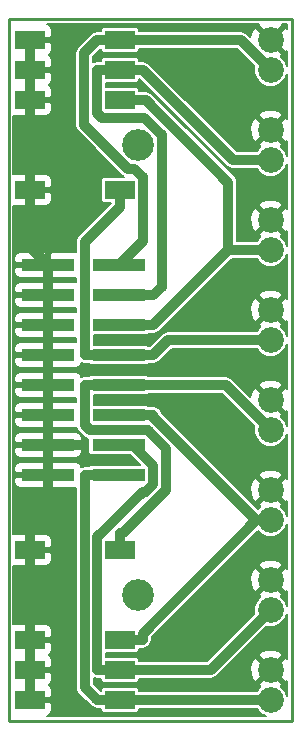
<source format=gtl>
G04 #@! TF.FileFunction,Copper,L1,Top,Signal*
%FSLAX46Y46*%
G04 Gerber Fmt 4.6, Leading zero omitted, Abs format (unit mm)*
G04 Created by KiCad (PCBNEW 0.201504221001+5618~22~ubuntu14.04.1-product) date Thu 30 Apr 2015 05:03:49 PM EDT*
%MOMM*%
G01*
G04 APERTURE LIST*
%ADD10C,0.100000*%
%ADD11C,0.228600*%
%ADD12R,4.495800X1.016000*%
%ADD13C,2.184400*%
%ADD14R,2.540000X1.524000*%
%ADD15C,2.692400*%
%ADD16C,0.889000*%
%ADD17C,0.812800*%
%ADD18C,0.203200*%
G04 APERTURE END LIST*
D10*
D11*
X25400000Y-84836000D02*
X49364900Y-84836000D01*
X49364900Y-25400000D02*
X49364900Y-84836000D01*
X25400000Y-25400000D02*
X25400000Y-84836000D01*
X25400000Y-25400000D02*
X49364900Y-25400000D01*
D12*
X28752800Y-46228000D03*
X34747200Y-46228000D03*
X28752800Y-48768000D03*
X34747200Y-48768000D03*
X28752800Y-51308000D03*
X34747200Y-51308000D03*
X28752800Y-53848000D03*
X34747200Y-53848000D03*
X28752800Y-56388000D03*
X34747200Y-56388000D03*
X28752800Y-58928000D03*
X34747200Y-58928000D03*
X28752800Y-61468000D03*
X34747200Y-61468000D03*
X28752800Y-64008000D03*
X34747200Y-64008000D03*
D13*
X47586900Y-80518000D03*
X47586900Y-83058000D03*
X47586900Y-72898000D03*
X47586900Y-75438000D03*
X47586900Y-65278000D03*
X47586900Y-67818000D03*
X47586900Y-57658000D03*
X47586900Y-60198000D03*
X47586900Y-50038000D03*
X47586900Y-52578000D03*
X47586900Y-42418000D03*
X47586900Y-44958000D03*
X47586900Y-34798000D03*
X47586900Y-37338000D03*
X47586900Y-27178000D03*
X47586900Y-29718000D03*
D14*
X27222500Y-27178000D03*
X34842500Y-27178000D03*
X27222500Y-29718000D03*
X34842500Y-29718000D03*
X27222500Y-32258000D03*
X34842500Y-32258000D03*
X27222500Y-39878000D03*
X34842500Y-39878000D03*
X27222500Y-70358000D03*
X34842500Y-70358000D03*
X27222500Y-77978000D03*
X34842500Y-77978000D03*
X27222500Y-80518000D03*
X34842500Y-80518000D03*
X27222500Y-83058000D03*
X34842500Y-83058000D03*
D15*
X36334700Y-74168000D03*
X36334700Y-36068000D03*
D16*
X31750000Y-61340800D03*
D17*
X27222500Y-83058000D02*
X27222500Y-80518000D01*
X27222500Y-80518000D02*
X27222500Y-77978000D01*
X27222500Y-77978000D02*
X27222500Y-70358000D01*
X27222500Y-70358000D02*
X27222500Y-68935300D01*
X27222500Y-32258000D02*
X27222500Y-29718000D01*
X27222500Y-29718000D02*
X27222500Y-27178000D01*
X28752800Y-67405000D02*
X28752800Y-64008000D01*
X27222500Y-68935300D02*
X28752800Y-67405000D01*
X28752800Y-61468000D02*
X28752800Y-58928000D01*
X28752800Y-58928000D02*
X28752800Y-56388000D01*
X28752800Y-56388000D02*
X28752800Y-53848000D01*
X28752800Y-53848000D02*
X28752800Y-51308000D01*
X28752800Y-51308000D02*
X28752800Y-48768000D01*
X28752800Y-48768000D02*
X28752800Y-46228000D01*
X27222500Y-44697700D02*
X27222500Y-39878000D01*
X28752800Y-46228000D02*
X27222500Y-44697700D01*
X27222500Y-39878000D02*
X27222500Y-32258000D01*
X28752800Y-64008000D02*
X28752800Y-61468000D01*
X31661400Y-61429400D02*
X31750000Y-61340800D01*
X31661400Y-61468000D02*
X31661400Y-61429400D01*
X28752800Y-61468000D02*
X31661400Y-61468000D01*
X45046900Y-27178000D02*
X34842500Y-27178000D01*
X47586900Y-29718000D02*
X45046900Y-27178000D01*
X36773300Y-44201900D02*
X34747200Y-46228000D01*
X36773300Y-38790400D02*
X36773300Y-44201900D01*
X36057900Y-38075000D02*
X36773300Y-38790400D01*
X35501400Y-38075000D02*
X36057900Y-38075000D01*
X31805900Y-34379500D02*
X35501400Y-38075000D01*
X31805900Y-28283900D02*
X31805900Y-34379500D01*
X32911800Y-27178000D02*
X31805900Y-28283900D01*
X34842500Y-27178000D02*
X32911800Y-27178000D01*
X34915100Y-29718000D02*
X36773200Y-29718000D01*
X44393200Y-37338000D02*
X36773200Y-29718000D01*
X47586900Y-37338000D02*
X44393200Y-37338000D01*
X34915100Y-29718000D02*
X34842500Y-29718000D01*
X38365100Y-48058700D02*
X37655800Y-48768000D01*
X38365100Y-35240000D02*
X38365100Y-48058700D01*
X36899900Y-33774800D02*
X38365100Y-35240000D01*
X33324000Y-33774800D02*
X36899900Y-33774800D01*
X32911800Y-33362600D02*
X33324000Y-33774800D01*
X32911800Y-29718000D02*
X32911800Y-33362600D01*
X34842500Y-29718000D02*
X32911800Y-29718000D01*
X34747200Y-48768000D02*
X37655800Y-48768000D01*
X34747200Y-51308000D02*
X37655800Y-51308000D01*
X34842500Y-32258000D02*
X36773200Y-32258000D01*
X47586900Y-44958000D02*
X44005800Y-44958000D01*
X44005800Y-44958000D02*
X37655800Y-51308000D01*
X37007800Y-32258000D02*
X36773200Y-32258000D01*
X44005800Y-39256000D02*
X37007800Y-32258000D01*
X44005800Y-44958000D02*
X44005800Y-39256000D01*
X31838600Y-44304600D02*
X31838600Y-53848000D01*
X34842500Y-41300700D02*
X31838600Y-44304600D01*
X34842500Y-39878000D02*
X34842500Y-41300700D01*
X34747200Y-53848000D02*
X31838600Y-53848000D01*
X38925800Y-52578000D02*
X37655800Y-53848000D01*
X47586900Y-52578000D02*
X38925800Y-52578000D01*
X34747200Y-53848000D02*
X37655800Y-53848000D01*
X43776900Y-56388000D02*
X34747200Y-56388000D01*
X47586900Y-60198000D02*
X43776900Y-56388000D01*
X31838600Y-59734200D02*
X31838600Y-56388000D01*
X32318800Y-60214400D02*
X31838600Y-59734200D01*
X37183800Y-60214400D02*
X32318800Y-60214400D01*
X38750400Y-61781000D02*
X37183800Y-60214400D01*
X38750400Y-65294200D02*
X38750400Y-61781000D01*
X35109300Y-68935300D02*
X38750400Y-65294200D01*
X34842500Y-68935300D02*
X35109300Y-68935300D01*
X34842500Y-70358000D02*
X34842500Y-68935300D01*
X34747200Y-56388000D02*
X31838600Y-56388000D01*
X34747200Y-58928000D02*
X37655800Y-58928000D01*
X34842500Y-77978000D02*
X36773200Y-77978000D01*
X36773200Y-77430300D02*
X46385500Y-67818000D01*
X36773200Y-77978000D02*
X36773200Y-77430300D01*
X47586900Y-67818000D02*
X46385500Y-67818000D01*
X37655800Y-59088300D02*
X37655800Y-58928000D01*
X46385500Y-67818000D02*
X37655800Y-59088300D01*
X42506900Y-80518000D02*
X34842500Y-80518000D01*
X47586900Y-75438000D02*
X42506900Y-80518000D01*
X35900400Y-61468000D02*
X34747200Y-61468000D01*
X37655900Y-63223500D02*
X35900400Y-61468000D01*
X37655900Y-64795600D02*
X37655900Y-63223500D01*
X37046000Y-65405500D02*
X37655900Y-64795600D01*
X36794500Y-65405500D02*
X37046000Y-65405500D01*
X32911800Y-69288200D02*
X36794500Y-65405500D01*
X32911800Y-80518000D02*
X32911800Y-69288200D01*
X34842500Y-80518000D02*
X32911800Y-80518000D01*
X47586900Y-83058000D02*
X34842500Y-83058000D01*
X31838600Y-81984800D02*
X31838600Y-64008000D01*
X32911800Y-83058000D02*
X31838600Y-81984800D01*
X34842500Y-83058000D02*
X32911800Y-83058000D01*
X34747200Y-64008000D02*
X31838600Y-64008000D01*
D18*
G36*
X48945800Y-36968544D02*
X48771910Y-36547697D01*
X48488842Y-36264135D01*
X48593103Y-36019729D01*
X47586900Y-35013526D01*
X47371374Y-35229052D01*
X47371374Y-34798000D01*
X46365171Y-33791797D01*
X46098990Y-33905346D01*
X45870646Y-34542694D01*
X45903587Y-35218910D01*
X46098990Y-35690654D01*
X46365171Y-35804203D01*
X47371374Y-34798000D01*
X47371374Y-35229052D01*
X46580697Y-36019729D01*
X46685046Y-36264345D01*
X46403271Y-36545630D01*
X46390660Y-36576000D01*
X44708830Y-36576000D01*
X37312015Y-29179185D01*
X37064805Y-29014004D01*
X36773200Y-28956000D01*
X36475067Y-28956000D01*
X36448759Y-28820411D01*
X36370477Y-28701241D01*
X36252299Y-28621469D01*
X36112500Y-28593433D01*
X33572500Y-28593433D01*
X33436911Y-28619741D01*
X33317741Y-28698023D01*
X33237969Y-28816201D01*
X33209933Y-28956000D01*
X32911800Y-28956000D01*
X32620195Y-29014004D01*
X32567900Y-29048946D01*
X32567900Y-28599530D01*
X33212776Y-27954654D01*
X33236241Y-28075589D01*
X33314523Y-28194759D01*
X33432701Y-28274531D01*
X33572500Y-28302567D01*
X36112500Y-28302567D01*
X36248089Y-28276259D01*
X36367259Y-28197977D01*
X36447031Y-28079799D01*
X36475067Y-27940000D01*
X44731269Y-27940000D01*
X46201886Y-29410617D01*
X46190143Y-29438900D01*
X46189658Y-29994661D01*
X46401890Y-30508303D01*
X46794530Y-30901629D01*
X47307800Y-31114757D01*
X47863561Y-31115242D01*
X48377203Y-30903010D01*
X48770529Y-30510370D01*
X48945800Y-30088269D01*
X48945800Y-33850312D01*
X48808629Y-33791797D01*
X48593103Y-34007323D01*
X48593103Y-33576271D01*
X48479554Y-33310090D01*
X47842206Y-33081746D01*
X47165990Y-33114687D01*
X46694246Y-33310090D01*
X46580697Y-33576271D01*
X47586900Y-34582474D01*
X48593103Y-33576271D01*
X48593103Y-34007323D01*
X47802426Y-34798000D01*
X48808629Y-35804203D01*
X48945800Y-35745687D01*
X48945800Y-36968544D01*
X48945800Y-36968544D01*
G37*
X48945800Y-36968544D02*
X48771910Y-36547697D01*
X48488842Y-36264135D01*
X48593103Y-36019729D01*
X47586900Y-35013526D01*
X47371374Y-35229052D01*
X47371374Y-34798000D01*
X46365171Y-33791797D01*
X46098990Y-33905346D01*
X45870646Y-34542694D01*
X45903587Y-35218910D01*
X46098990Y-35690654D01*
X46365171Y-35804203D01*
X47371374Y-34798000D01*
X47371374Y-35229052D01*
X46580697Y-36019729D01*
X46685046Y-36264345D01*
X46403271Y-36545630D01*
X46390660Y-36576000D01*
X44708830Y-36576000D01*
X37312015Y-29179185D01*
X37064805Y-29014004D01*
X36773200Y-28956000D01*
X36475067Y-28956000D01*
X36448759Y-28820411D01*
X36370477Y-28701241D01*
X36252299Y-28621469D01*
X36112500Y-28593433D01*
X33572500Y-28593433D01*
X33436911Y-28619741D01*
X33317741Y-28698023D01*
X33237969Y-28816201D01*
X33209933Y-28956000D01*
X32911800Y-28956000D01*
X32620195Y-29014004D01*
X32567900Y-29048946D01*
X32567900Y-28599530D01*
X33212776Y-27954654D01*
X33236241Y-28075589D01*
X33314523Y-28194759D01*
X33432701Y-28274531D01*
X33572500Y-28302567D01*
X36112500Y-28302567D01*
X36248089Y-28276259D01*
X36367259Y-28197977D01*
X36447031Y-28079799D01*
X36475067Y-27940000D01*
X44731269Y-27940000D01*
X46201886Y-29410617D01*
X46190143Y-29438900D01*
X46189658Y-29994661D01*
X46401890Y-30508303D01*
X46794530Y-30901629D01*
X47307800Y-31114757D01*
X47863561Y-31115242D01*
X48377203Y-30903010D01*
X48770529Y-30510370D01*
X48945800Y-30088269D01*
X48945800Y-33850312D01*
X48808629Y-33791797D01*
X48593103Y-34007323D01*
X48593103Y-33576271D01*
X48479554Y-33310090D01*
X47842206Y-33081746D01*
X47165990Y-33114687D01*
X46694246Y-33310090D01*
X46580697Y-33576271D01*
X47586900Y-34582474D01*
X48593103Y-33576271D01*
X48593103Y-34007323D01*
X47802426Y-34798000D01*
X48808629Y-35804203D01*
X48945800Y-35745687D01*
X48945800Y-36968544D01*
G36*
X48945800Y-44588544D02*
X48771910Y-44167697D01*
X48488842Y-43884135D01*
X48593103Y-43639729D01*
X47586900Y-42633526D01*
X47371374Y-42849052D01*
X47371374Y-42418000D01*
X46365171Y-41411797D01*
X46098990Y-41525346D01*
X45870646Y-42162694D01*
X45903587Y-42838910D01*
X46098990Y-43310654D01*
X46365171Y-43424203D01*
X47371374Y-42418000D01*
X47371374Y-42849052D01*
X46580697Y-43639729D01*
X46685046Y-43884345D01*
X46403271Y-44165630D01*
X46390660Y-44196000D01*
X44767800Y-44196000D01*
X44767800Y-39256000D01*
X44709797Y-38964396D01*
X44709796Y-38964395D01*
X44544616Y-38717185D01*
X37546615Y-31719185D01*
X37299405Y-31554004D01*
X37007800Y-31496000D01*
X36773200Y-31496000D01*
X36475067Y-31496000D01*
X36448759Y-31360411D01*
X36370477Y-31241241D01*
X36252299Y-31161469D01*
X36112500Y-31133433D01*
X33673800Y-31133433D01*
X33673800Y-30842567D01*
X36112500Y-30842567D01*
X36248089Y-30816259D01*
X36367259Y-30737977D01*
X36447031Y-30619799D01*
X36472144Y-30494574D01*
X43854384Y-37876815D01*
X43854385Y-37876815D01*
X44101595Y-38041996D01*
X44393200Y-38100000D01*
X46390195Y-38100000D01*
X46401890Y-38128303D01*
X46794530Y-38521629D01*
X47307800Y-38734757D01*
X47863561Y-38735242D01*
X48377203Y-38523010D01*
X48770529Y-38130370D01*
X48945800Y-37708269D01*
X48945800Y-41470312D01*
X48808629Y-41411797D01*
X48593103Y-41627323D01*
X48593103Y-41196271D01*
X48479554Y-40930090D01*
X47842206Y-40701746D01*
X47165990Y-40734687D01*
X46694246Y-40930090D01*
X46580697Y-41196271D01*
X47586900Y-42202474D01*
X48593103Y-41196271D01*
X48593103Y-41627323D01*
X47802426Y-42418000D01*
X48808629Y-43424203D01*
X48945800Y-43365687D01*
X48945800Y-44588544D01*
X48945800Y-44588544D01*
G37*
X48945800Y-44588544D02*
X48771910Y-44167697D01*
X48488842Y-43884135D01*
X48593103Y-43639729D01*
X47586900Y-42633526D01*
X47371374Y-42849052D01*
X47371374Y-42418000D01*
X46365171Y-41411797D01*
X46098990Y-41525346D01*
X45870646Y-42162694D01*
X45903587Y-42838910D01*
X46098990Y-43310654D01*
X46365171Y-43424203D01*
X47371374Y-42418000D01*
X47371374Y-42849052D01*
X46580697Y-43639729D01*
X46685046Y-43884345D01*
X46403271Y-44165630D01*
X46390660Y-44196000D01*
X44767800Y-44196000D01*
X44767800Y-39256000D01*
X44709797Y-38964396D01*
X44709796Y-38964395D01*
X44544616Y-38717185D01*
X37546615Y-31719185D01*
X37299405Y-31554004D01*
X37007800Y-31496000D01*
X36773200Y-31496000D01*
X36475067Y-31496000D01*
X36448759Y-31360411D01*
X36370477Y-31241241D01*
X36252299Y-31161469D01*
X36112500Y-31133433D01*
X33673800Y-31133433D01*
X33673800Y-30842567D01*
X36112500Y-30842567D01*
X36248089Y-30816259D01*
X36367259Y-30737977D01*
X36447031Y-30619799D01*
X36472144Y-30494574D01*
X43854384Y-37876815D01*
X43854385Y-37876815D01*
X44101595Y-38041996D01*
X44393200Y-38100000D01*
X46390195Y-38100000D01*
X46401890Y-38128303D01*
X46794530Y-38521629D01*
X47307800Y-38734757D01*
X47863561Y-38735242D01*
X48377203Y-38523010D01*
X48770529Y-38130370D01*
X48945800Y-37708269D01*
X48945800Y-41470312D01*
X48808629Y-41411797D01*
X48593103Y-41627323D01*
X48593103Y-41196271D01*
X48479554Y-40930090D01*
X47842206Y-40701746D01*
X47165990Y-40734687D01*
X46694246Y-40930090D01*
X46580697Y-41196271D01*
X47586900Y-42202474D01*
X48593103Y-41196271D01*
X48593103Y-41627323D01*
X47802426Y-42418000D01*
X48808629Y-43424203D01*
X48945800Y-43365687D01*
X48945800Y-44588544D01*
G36*
X48945800Y-52208544D02*
X48771910Y-51787697D01*
X48488842Y-51504135D01*
X48593103Y-51259729D01*
X47586900Y-50253526D01*
X47371374Y-50469052D01*
X47371374Y-50038000D01*
X46365171Y-49031797D01*
X46098990Y-49145346D01*
X45870646Y-49782694D01*
X45903587Y-50458910D01*
X46098990Y-50930654D01*
X46365171Y-51044203D01*
X47371374Y-50038000D01*
X47371374Y-50469052D01*
X46580697Y-51259729D01*
X46685046Y-51504345D01*
X46403271Y-51785630D01*
X46390660Y-51816000D01*
X38925800Y-51816000D01*
X38634195Y-51874004D01*
X38386984Y-52039185D01*
X37340169Y-53086000D01*
X37253575Y-53086000D01*
X37253077Y-53085241D01*
X37134899Y-53005469D01*
X36995100Y-52977433D01*
X32600600Y-52977433D01*
X32600600Y-52178567D01*
X36995100Y-52178567D01*
X37130689Y-52152259D01*
X37249859Y-52073977D01*
X37252543Y-52070000D01*
X37655800Y-52070000D01*
X37655800Y-52069999D01*
X37947404Y-52011996D01*
X37947405Y-52011996D01*
X38194615Y-51846815D01*
X44321430Y-45720000D01*
X46390195Y-45720000D01*
X46401890Y-45748303D01*
X46794530Y-46141629D01*
X47307800Y-46354757D01*
X47863561Y-46355242D01*
X48377203Y-46143010D01*
X48770529Y-45750370D01*
X48945800Y-45328269D01*
X48945800Y-49090312D01*
X48808629Y-49031797D01*
X48593103Y-49247323D01*
X48593103Y-48816271D01*
X48479554Y-48550090D01*
X47842206Y-48321746D01*
X47165990Y-48354687D01*
X46694246Y-48550090D01*
X46580697Y-48816271D01*
X47586900Y-49822474D01*
X48593103Y-48816271D01*
X48593103Y-49247323D01*
X47802426Y-50038000D01*
X48808629Y-51044203D01*
X48945800Y-50985687D01*
X48945800Y-52208544D01*
X48945800Y-52208544D01*
G37*
X48945800Y-52208544D02*
X48771910Y-51787697D01*
X48488842Y-51504135D01*
X48593103Y-51259729D01*
X47586900Y-50253526D01*
X47371374Y-50469052D01*
X47371374Y-50038000D01*
X46365171Y-49031797D01*
X46098990Y-49145346D01*
X45870646Y-49782694D01*
X45903587Y-50458910D01*
X46098990Y-50930654D01*
X46365171Y-51044203D01*
X47371374Y-50038000D01*
X47371374Y-50469052D01*
X46580697Y-51259729D01*
X46685046Y-51504345D01*
X46403271Y-51785630D01*
X46390660Y-51816000D01*
X38925800Y-51816000D01*
X38634195Y-51874004D01*
X38386984Y-52039185D01*
X37340169Y-53086000D01*
X37253575Y-53086000D01*
X37253077Y-53085241D01*
X37134899Y-53005469D01*
X36995100Y-52977433D01*
X32600600Y-52977433D01*
X32600600Y-52178567D01*
X36995100Y-52178567D01*
X37130689Y-52152259D01*
X37249859Y-52073977D01*
X37252543Y-52070000D01*
X37655800Y-52070000D01*
X37655800Y-52069999D01*
X37947404Y-52011996D01*
X37947405Y-52011996D01*
X38194615Y-51846815D01*
X44321430Y-45720000D01*
X46390195Y-45720000D01*
X46401890Y-45748303D01*
X46794530Y-46141629D01*
X47307800Y-46354757D01*
X47863561Y-46355242D01*
X48377203Y-46143010D01*
X48770529Y-45750370D01*
X48945800Y-45328269D01*
X48945800Y-49090312D01*
X48808629Y-49031797D01*
X48593103Y-49247323D01*
X48593103Y-48816271D01*
X48479554Y-48550090D01*
X47842206Y-48321746D01*
X47165990Y-48354687D01*
X46694246Y-48550090D01*
X46580697Y-48816271D01*
X47586900Y-49822474D01*
X48593103Y-48816271D01*
X48593103Y-49247323D01*
X47802426Y-50038000D01*
X48808629Y-51044203D01*
X48945800Y-50985687D01*
X48945800Y-52208544D01*
G36*
X48945800Y-59828544D02*
X48771910Y-59407697D01*
X48488842Y-59124135D01*
X48593103Y-58879729D01*
X47586900Y-57873526D01*
X47572757Y-57887668D01*
X47357231Y-57672142D01*
X47371374Y-57658000D01*
X46365171Y-56651797D01*
X46098990Y-56765346D01*
X45870646Y-57402694D01*
X45870718Y-57404188D01*
X44315715Y-55849185D01*
X44068505Y-55684004D01*
X43776900Y-55626000D01*
X37253575Y-55626000D01*
X37253077Y-55625241D01*
X37134899Y-55545469D01*
X36995100Y-55517433D01*
X32499300Y-55517433D01*
X32363711Y-55543741D01*
X32244541Y-55622023D01*
X32241856Y-55626000D01*
X31838600Y-55626000D01*
X31576879Y-55678059D01*
X31517494Y-55534689D01*
X31346011Y-55363206D01*
X31121957Y-55270400D01*
X30879443Y-55270400D01*
X29057600Y-55270400D01*
X28905200Y-55422800D01*
X28905200Y-56235600D01*
X28925200Y-56235600D01*
X28925200Y-56540400D01*
X28905200Y-56540400D01*
X28905200Y-57353200D01*
X29057600Y-57505600D01*
X30879443Y-57505600D01*
X31076600Y-57505600D01*
X31076600Y-57810400D01*
X30879443Y-57810400D01*
X29057600Y-57810400D01*
X28905200Y-57962800D01*
X28905200Y-58775600D01*
X28925200Y-58775600D01*
X28925200Y-59080400D01*
X28905200Y-59080400D01*
X28905200Y-59893200D01*
X29057600Y-60045600D01*
X30879443Y-60045600D01*
X31121957Y-60045600D01*
X31142221Y-60037206D01*
X31299785Y-60273015D01*
X31779984Y-60753215D01*
X31779985Y-60753215D01*
X32027195Y-60918396D01*
X32140554Y-60940944D01*
X32136733Y-60960000D01*
X32136733Y-61976000D01*
X32163041Y-62111589D01*
X32241323Y-62230759D01*
X32359501Y-62310531D01*
X32499300Y-62338567D01*
X35693337Y-62338567D01*
X36492203Y-63137433D01*
X32499300Y-63137433D01*
X32363711Y-63163741D01*
X32244541Y-63242023D01*
X32241856Y-63246000D01*
X31838600Y-63246000D01*
X31610300Y-63291411D01*
X31610300Y-62097257D01*
X31610300Y-61772800D01*
X31610300Y-61163200D01*
X31610300Y-60838743D01*
X31517494Y-60614689D01*
X31346011Y-60443206D01*
X31121957Y-60350400D01*
X30879443Y-60350400D01*
X29057600Y-60350400D01*
X28905200Y-60502800D01*
X28905200Y-61315600D01*
X31457900Y-61315600D01*
X31610300Y-61163200D01*
X31610300Y-61772800D01*
X31457900Y-61620400D01*
X28905200Y-61620400D01*
X28905200Y-62433200D01*
X29057600Y-62585600D01*
X30879443Y-62585600D01*
X31121957Y-62585600D01*
X31346011Y-62492794D01*
X31517494Y-62321311D01*
X31610300Y-62097257D01*
X31610300Y-63291411D01*
X31576879Y-63298059D01*
X31517494Y-63154689D01*
X31346011Y-62983206D01*
X31121957Y-62890400D01*
X30879443Y-62890400D01*
X29057600Y-62890400D01*
X28905200Y-63042800D01*
X28905200Y-63855600D01*
X28925200Y-63855600D01*
X28925200Y-64160400D01*
X28905200Y-64160400D01*
X28905200Y-64973200D01*
X29057600Y-65125600D01*
X30879443Y-65125600D01*
X31076600Y-65125600D01*
X31076600Y-81984800D01*
X31134604Y-82276405D01*
X31299785Y-82523615D01*
X32372985Y-83596815D01*
X32620195Y-83761996D01*
X32620196Y-83761996D01*
X32911800Y-83820000D01*
X33209933Y-83820000D01*
X33236241Y-83955589D01*
X33314523Y-84074759D01*
X33432701Y-84154531D01*
X33572500Y-84182567D01*
X36112500Y-84182567D01*
X36248089Y-84156259D01*
X36367259Y-84077977D01*
X36447031Y-83959799D01*
X36475067Y-83820000D01*
X46390195Y-83820000D01*
X46401890Y-83848303D01*
X46794530Y-84241629D01*
X47216630Y-84416900D01*
X28644417Y-84416900D01*
X28837811Y-84336794D01*
X29009294Y-84165311D01*
X29102100Y-83941257D01*
X29102100Y-83362800D01*
X29102100Y-82753200D01*
X29102100Y-82174743D01*
X29009294Y-81950689D01*
X28846605Y-81788000D01*
X29009294Y-81625311D01*
X29102100Y-81401257D01*
X29102100Y-80822800D01*
X29102100Y-80213200D01*
X29102100Y-79634743D01*
X29009294Y-79410689D01*
X28846605Y-79248000D01*
X29009294Y-79085311D01*
X29102100Y-78861257D01*
X29102100Y-78282800D01*
X29102100Y-77673200D01*
X29102100Y-77094743D01*
X29102100Y-71241257D01*
X29102100Y-70662800D01*
X29102100Y-70053200D01*
X29102100Y-69474743D01*
X29009294Y-69250689D01*
X28837811Y-69079206D01*
X28613757Y-68986400D01*
X28600400Y-68986400D01*
X28600400Y-64973200D01*
X28600400Y-64160400D01*
X28600400Y-63855600D01*
X28600400Y-63042800D01*
X28600400Y-62433200D01*
X28600400Y-61620400D01*
X28600400Y-61315600D01*
X28600400Y-60502800D01*
X28600400Y-59893200D01*
X28600400Y-59080400D01*
X28600400Y-58775600D01*
X28600400Y-57962800D01*
X28600400Y-57353200D01*
X28600400Y-56540400D01*
X28600400Y-56235600D01*
X28600400Y-55422800D01*
X28600400Y-54813200D01*
X28600400Y-54000400D01*
X28600400Y-53695600D01*
X28600400Y-52882800D01*
X28600400Y-52273200D01*
X28600400Y-51460400D01*
X28600400Y-51155600D01*
X28600400Y-50342800D01*
X28600400Y-49733200D01*
X28600400Y-48920400D01*
X28600400Y-48615600D01*
X28600400Y-47802800D01*
X28600400Y-47193200D01*
X28600400Y-46380400D01*
X28600400Y-46075600D01*
X28600400Y-45262800D01*
X28448000Y-45110400D01*
X26626157Y-45110400D01*
X26383643Y-45110400D01*
X26159589Y-45203206D01*
X25988106Y-45374689D01*
X25895300Y-45598743D01*
X25895300Y-45923200D01*
X26047700Y-46075600D01*
X28600400Y-46075600D01*
X28600400Y-46380400D01*
X26047700Y-46380400D01*
X25895300Y-46532800D01*
X25895300Y-46857257D01*
X25988106Y-47081311D01*
X26159589Y-47252794D01*
X26383643Y-47345600D01*
X26626157Y-47345600D01*
X28448000Y-47345600D01*
X28600400Y-47193200D01*
X28600400Y-47802800D01*
X28448000Y-47650400D01*
X26626157Y-47650400D01*
X26383643Y-47650400D01*
X26159589Y-47743206D01*
X25988106Y-47914689D01*
X25895300Y-48138743D01*
X25895300Y-48463200D01*
X26047700Y-48615600D01*
X28600400Y-48615600D01*
X28600400Y-48920400D01*
X26047700Y-48920400D01*
X25895300Y-49072800D01*
X25895300Y-49397257D01*
X25988106Y-49621311D01*
X26159589Y-49792794D01*
X26383643Y-49885600D01*
X26626157Y-49885600D01*
X28448000Y-49885600D01*
X28600400Y-49733200D01*
X28600400Y-50342800D01*
X28448000Y-50190400D01*
X26626157Y-50190400D01*
X26383643Y-50190400D01*
X26159589Y-50283206D01*
X25988106Y-50454689D01*
X25895300Y-50678743D01*
X25895300Y-51003200D01*
X26047700Y-51155600D01*
X28600400Y-51155600D01*
X28600400Y-51460400D01*
X26047700Y-51460400D01*
X25895300Y-51612800D01*
X25895300Y-51937257D01*
X25988106Y-52161311D01*
X26159589Y-52332794D01*
X26383643Y-52425600D01*
X26626157Y-52425600D01*
X28448000Y-52425600D01*
X28600400Y-52273200D01*
X28600400Y-52882800D01*
X28448000Y-52730400D01*
X26626157Y-52730400D01*
X26383643Y-52730400D01*
X26159589Y-52823206D01*
X25988106Y-52994689D01*
X25895300Y-53218743D01*
X25895300Y-53543200D01*
X26047700Y-53695600D01*
X28600400Y-53695600D01*
X28600400Y-54000400D01*
X26047700Y-54000400D01*
X25895300Y-54152800D01*
X25895300Y-54477257D01*
X25988106Y-54701311D01*
X26159589Y-54872794D01*
X26383643Y-54965600D01*
X26626157Y-54965600D01*
X28448000Y-54965600D01*
X28600400Y-54813200D01*
X28600400Y-55422800D01*
X28448000Y-55270400D01*
X26626157Y-55270400D01*
X26383643Y-55270400D01*
X26159589Y-55363206D01*
X25988106Y-55534689D01*
X25895300Y-55758743D01*
X25895300Y-56083200D01*
X26047700Y-56235600D01*
X28600400Y-56235600D01*
X28600400Y-56540400D01*
X26047700Y-56540400D01*
X25895300Y-56692800D01*
X25895300Y-57017257D01*
X25988106Y-57241311D01*
X26159589Y-57412794D01*
X26383643Y-57505600D01*
X26626157Y-57505600D01*
X28448000Y-57505600D01*
X28600400Y-57353200D01*
X28600400Y-57962800D01*
X28448000Y-57810400D01*
X26626157Y-57810400D01*
X26383643Y-57810400D01*
X26159589Y-57903206D01*
X25988106Y-58074689D01*
X25895300Y-58298743D01*
X25895300Y-58623200D01*
X26047700Y-58775600D01*
X28600400Y-58775600D01*
X28600400Y-59080400D01*
X26047700Y-59080400D01*
X25895300Y-59232800D01*
X25895300Y-59557257D01*
X25988106Y-59781311D01*
X26159589Y-59952794D01*
X26383643Y-60045600D01*
X26626157Y-60045600D01*
X28448000Y-60045600D01*
X28600400Y-59893200D01*
X28600400Y-60502800D01*
X28448000Y-60350400D01*
X26626157Y-60350400D01*
X26383643Y-60350400D01*
X26159589Y-60443206D01*
X25988106Y-60614689D01*
X25895300Y-60838743D01*
X25895300Y-61163200D01*
X26047700Y-61315600D01*
X28600400Y-61315600D01*
X28600400Y-61620400D01*
X26047700Y-61620400D01*
X25895300Y-61772800D01*
X25895300Y-62097257D01*
X25988106Y-62321311D01*
X26159589Y-62492794D01*
X26383643Y-62585600D01*
X26626157Y-62585600D01*
X28448000Y-62585600D01*
X28600400Y-62433200D01*
X28600400Y-63042800D01*
X28448000Y-62890400D01*
X26626157Y-62890400D01*
X26383643Y-62890400D01*
X26159589Y-62983206D01*
X25988106Y-63154689D01*
X25895300Y-63378743D01*
X25895300Y-63703200D01*
X26047700Y-63855600D01*
X28600400Y-63855600D01*
X28600400Y-64160400D01*
X26047700Y-64160400D01*
X25895300Y-64312800D01*
X25895300Y-64637257D01*
X25988106Y-64861311D01*
X26159589Y-65032794D01*
X26383643Y-65125600D01*
X26626157Y-65125600D01*
X28448000Y-65125600D01*
X28600400Y-64973200D01*
X28600400Y-68986400D01*
X28371243Y-68986400D01*
X27527300Y-68986400D01*
X27374900Y-69138800D01*
X27374900Y-70205600D01*
X28949700Y-70205600D01*
X29102100Y-70053200D01*
X29102100Y-70662800D01*
X28949700Y-70510400D01*
X27374900Y-70510400D01*
X27374900Y-71577200D01*
X27527300Y-71729600D01*
X28371243Y-71729600D01*
X28613757Y-71729600D01*
X28837811Y-71636794D01*
X29009294Y-71465311D01*
X29102100Y-71241257D01*
X29102100Y-77094743D01*
X29009294Y-76870689D01*
X28837811Y-76699206D01*
X28613757Y-76606400D01*
X28371243Y-76606400D01*
X27527300Y-76606400D01*
X27374900Y-76758800D01*
X27374900Y-77825600D01*
X28949700Y-77825600D01*
X29102100Y-77673200D01*
X29102100Y-78282800D01*
X28949700Y-78130400D01*
X27374900Y-78130400D01*
X27374900Y-79197200D01*
X27425700Y-79248000D01*
X27374900Y-79298800D01*
X27374900Y-80365600D01*
X28949700Y-80365600D01*
X29102100Y-80213200D01*
X29102100Y-80822800D01*
X28949700Y-80670400D01*
X27374900Y-80670400D01*
X27374900Y-81737200D01*
X27425700Y-81788000D01*
X27374900Y-81838800D01*
X27374900Y-82905600D01*
X28949700Y-82905600D01*
X29102100Y-82753200D01*
X29102100Y-83362800D01*
X28949700Y-83210400D01*
X27374900Y-83210400D01*
X27374900Y-83230400D01*
X27070100Y-83230400D01*
X27070100Y-83210400D01*
X27050100Y-83210400D01*
X27050100Y-82905600D01*
X27070100Y-82905600D01*
X27070100Y-81838800D01*
X27019300Y-81788000D01*
X27070100Y-81737200D01*
X27070100Y-80670400D01*
X27050100Y-80670400D01*
X27050100Y-80365600D01*
X27070100Y-80365600D01*
X27070100Y-79298800D01*
X27019300Y-79248000D01*
X27070100Y-79197200D01*
X27070100Y-78130400D01*
X27050100Y-78130400D01*
X27050100Y-77825600D01*
X27070100Y-77825600D01*
X27070100Y-76758800D01*
X26917700Y-76606400D01*
X26073757Y-76606400D01*
X25831243Y-76606400D01*
X25819100Y-76611429D01*
X25819100Y-71724570D01*
X25831243Y-71729600D01*
X26073757Y-71729600D01*
X26917700Y-71729600D01*
X27070100Y-71577200D01*
X27070100Y-70510400D01*
X27050100Y-70510400D01*
X27050100Y-70205600D01*
X27070100Y-70205600D01*
X27070100Y-69138800D01*
X26917700Y-68986400D01*
X26073757Y-68986400D01*
X25831243Y-68986400D01*
X25819100Y-68991429D01*
X25819100Y-41244570D01*
X25831243Y-41249600D01*
X26073757Y-41249600D01*
X26917700Y-41249600D01*
X27070100Y-41097200D01*
X27070100Y-40030400D01*
X27050100Y-40030400D01*
X27050100Y-39725600D01*
X27070100Y-39725600D01*
X27070100Y-38658800D01*
X26917700Y-38506400D01*
X26073757Y-38506400D01*
X25831243Y-38506400D01*
X25819100Y-38511429D01*
X25819100Y-33624570D01*
X25831243Y-33629600D01*
X26073757Y-33629600D01*
X26917700Y-33629600D01*
X27070100Y-33477200D01*
X27070100Y-32410400D01*
X27050100Y-32410400D01*
X27050100Y-32105600D01*
X27070100Y-32105600D01*
X27070100Y-31038800D01*
X27019300Y-30988000D01*
X27070100Y-30937200D01*
X27070100Y-29870400D01*
X27050100Y-29870400D01*
X27050100Y-29565600D01*
X27070100Y-29565600D01*
X27070100Y-28498800D01*
X27019300Y-28448000D01*
X27070100Y-28397200D01*
X27070100Y-27330400D01*
X27050100Y-27330400D01*
X27050100Y-27025600D01*
X27070100Y-27025600D01*
X27070100Y-27005600D01*
X27374900Y-27005600D01*
X27374900Y-27025600D01*
X28949700Y-27025600D01*
X29102100Y-26873200D01*
X29102100Y-26294743D01*
X29009294Y-26070689D01*
X28837811Y-25899206D01*
X28644417Y-25819100D01*
X46639212Y-25819100D01*
X46580697Y-25956271D01*
X47586900Y-26962474D01*
X48593103Y-25956271D01*
X48534587Y-25819100D01*
X48945800Y-25819100D01*
X48945800Y-26230312D01*
X48808629Y-26171797D01*
X47802426Y-27178000D01*
X48808629Y-28184203D01*
X48945800Y-28125687D01*
X48945800Y-29348544D01*
X48771910Y-28927697D01*
X48488842Y-28644135D01*
X48593103Y-28399729D01*
X47586900Y-27393526D01*
X47572757Y-27407668D01*
X47357231Y-27192142D01*
X47371374Y-27178000D01*
X46365171Y-26171797D01*
X46098990Y-26285346D01*
X45870646Y-26922694D01*
X45870718Y-26924188D01*
X45585715Y-26639185D01*
X45338505Y-26474004D01*
X45046900Y-26416000D01*
X36475067Y-26416000D01*
X36448759Y-26280411D01*
X36370477Y-26161241D01*
X36252299Y-26081469D01*
X36112500Y-26053433D01*
X33572500Y-26053433D01*
X33436911Y-26079741D01*
X33317741Y-26158023D01*
X33237969Y-26276201D01*
X33209933Y-26416000D01*
X32911800Y-26416000D01*
X32620195Y-26474004D01*
X32521176Y-26540165D01*
X32372985Y-26639184D01*
X31267085Y-27745085D01*
X31101904Y-27992295D01*
X31043900Y-28283900D01*
X31043900Y-34379500D01*
X31101904Y-34671105D01*
X31267085Y-34918315D01*
X34962584Y-38613815D01*
X34962585Y-38613815D01*
X35171537Y-38753433D01*
X33572500Y-38753433D01*
X33436911Y-38779741D01*
X33317741Y-38858023D01*
X33237969Y-38976201D01*
X33209933Y-39116000D01*
X33209933Y-40640000D01*
X33236241Y-40775589D01*
X33314523Y-40894759D01*
X33432701Y-40974531D01*
X33572500Y-41002567D01*
X34063003Y-41002567D01*
X31299785Y-43765785D01*
X31134604Y-44012995D01*
X31076600Y-44304600D01*
X31076600Y-45110400D01*
X30879443Y-45110400D01*
X29102100Y-45110400D01*
X29102100Y-40761257D01*
X29102100Y-40182800D01*
X29102100Y-39573200D01*
X29102100Y-38994743D01*
X29102100Y-33141257D01*
X29102100Y-32562800D01*
X29102100Y-31953200D01*
X29102100Y-31374743D01*
X29009294Y-31150689D01*
X28846605Y-30988000D01*
X29009294Y-30825311D01*
X29102100Y-30601257D01*
X29102100Y-30022800D01*
X29102100Y-29413200D01*
X29102100Y-28834743D01*
X29009294Y-28610689D01*
X28846605Y-28448000D01*
X29009294Y-28285311D01*
X29102100Y-28061257D01*
X29102100Y-27482800D01*
X28949700Y-27330400D01*
X27374900Y-27330400D01*
X27374900Y-28397200D01*
X27425700Y-28448000D01*
X27374900Y-28498800D01*
X27374900Y-29565600D01*
X28949700Y-29565600D01*
X29102100Y-29413200D01*
X29102100Y-30022800D01*
X28949700Y-29870400D01*
X27374900Y-29870400D01*
X27374900Y-30937200D01*
X27425700Y-30988000D01*
X27374900Y-31038800D01*
X27374900Y-32105600D01*
X28949700Y-32105600D01*
X29102100Y-31953200D01*
X29102100Y-32562800D01*
X28949700Y-32410400D01*
X27374900Y-32410400D01*
X27374900Y-33477200D01*
X27527300Y-33629600D01*
X28371243Y-33629600D01*
X28613757Y-33629600D01*
X28837811Y-33536794D01*
X29009294Y-33365311D01*
X29102100Y-33141257D01*
X29102100Y-38994743D01*
X29009294Y-38770689D01*
X28837811Y-38599206D01*
X28613757Y-38506400D01*
X28371243Y-38506400D01*
X27527300Y-38506400D01*
X27374900Y-38658800D01*
X27374900Y-39725600D01*
X28949700Y-39725600D01*
X29102100Y-39573200D01*
X29102100Y-40182800D01*
X28949700Y-40030400D01*
X27374900Y-40030400D01*
X27374900Y-41097200D01*
X27527300Y-41249600D01*
X28371243Y-41249600D01*
X28613757Y-41249600D01*
X28837811Y-41156794D01*
X29009294Y-40985311D01*
X29102100Y-40761257D01*
X29102100Y-45110400D01*
X29057600Y-45110400D01*
X28905200Y-45262800D01*
X28905200Y-46075600D01*
X28925200Y-46075600D01*
X28925200Y-46380400D01*
X28905200Y-46380400D01*
X28905200Y-47193200D01*
X29057600Y-47345600D01*
X30879443Y-47345600D01*
X31076600Y-47345600D01*
X31076600Y-47650400D01*
X30879443Y-47650400D01*
X29057600Y-47650400D01*
X28905200Y-47802800D01*
X28905200Y-48615600D01*
X28925200Y-48615600D01*
X28925200Y-48920400D01*
X28905200Y-48920400D01*
X28905200Y-49733200D01*
X29057600Y-49885600D01*
X30879443Y-49885600D01*
X31076600Y-49885600D01*
X31076600Y-50190400D01*
X30879443Y-50190400D01*
X29057600Y-50190400D01*
X28905200Y-50342800D01*
X28905200Y-51155600D01*
X28925200Y-51155600D01*
X28925200Y-51460400D01*
X28905200Y-51460400D01*
X28905200Y-52273200D01*
X29057600Y-52425600D01*
X30879443Y-52425600D01*
X31076600Y-52425600D01*
X31076600Y-52730400D01*
X30879443Y-52730400D01*
X29057600Y-52730400D01*
X28905200Y-52882800D01*
X28905200Y-53695600D01*
X28925200Y-53695600D01*
X28925200Y-54000400D01*
X28905200Y-54000400D01*
X28905200Y-54813200D01*
X29057600Y-54965600D01*
X30879443Y-54965600D01*
X31121957Y-54965600D01*
X31346011Y-54872794D01*
X31517494Y-54701311D01*
X31576879Y-54557940D01*
X31838600Y-54610000D01*
X32240824Y-54610000D01*
X32241323Y-54610759D01*
X32359501Y-54690531D01*
X32499300Y-54718567D01*
X36995100Y-54718567D01*
X37130689Y-54692259D01*
X37249859Y-54613977D01*
X37252543Y-54610000D01*
X37655800Y-54610000D01*
X37655800Y-54609999D01*
X37947404Y-54551996D01*
X37947405Y-54551996D01*
X38194615Y-54386815D01*
X39241430Y-53340000D01*
X46390195Y-53340000D01*
X46401890Y-53368303D01*
X46794530Y-53761629D01*
X47307800Y-53974757D01*
X47863561Y-53975242D01*
X48377203Y-53763010D01*
X48770529Y-53370370D01*
X48945800Y-52948269D01*
X48945800Y-56710312D01*
X48808629Y-56651797D01*
X48593103Y-56867323D01*
X48593103Y-56436271D01*
X48479554Y-56170090D01*
X47842206Y-55941746D01*
X47165990Y-55974687D01*
X46694246Y-56170090D01*
X46580697Y-56436271D01*
X47586900Y-57442474D01*
X48593103Y-56436271D01*
X48593103Y-56867323D01*
X47802426Y-57658000D01*
X48808629Y-58664203D01*
X48945800Y-58605687D01*
X48945800Y-59828544D01*
X48945800Y-59828544D01*
G37*
X48945800Y-59828544D02*
X48771910Y-59407697D01*
X48488842Y-59124135D01*
X48593103Y-58879729D01*
X47586900Y-57873526D01*
X47572757Y-57887668D01*
X47357231Y-57672142D01*
X47371374Y-57658000D01*
X46365171Y-56651797D01*
X46098990Y-56765346D01*
X45870646Y-57402694D01*
X45870718Y-57404188D01*
X44315715Y-55849185D01*
X44068505Y-55684004D01*
X43776900Y-55626000D01*
X37253575Y-55626000D01*
X37253077Y-55625241D01*
X37134899Y-55545469D01*
X36995100Y-55517433D01*
X32499300Y-55517433D01*
X32363711Y-55543741D01*
X32244541Y-55622023D01*
X32241856Y-55626000D01*
X31838600Y-55626000D01*
X31576879Y-55678059D01*
X31517494Y-55534689D01*
X31346011Y-55363206D01*
X31121957Y-55270400D01*
X30879443Y-55270400D01*
X29057600Y-55270400D01*
X28905200Y-55422800D01*
X28905200Y-56235600D01*
X28925200Y-56235600D01*
X28925200Y-56540400D01*
X28905200Y-56540400D01*
X28905200Y-57353200D01*
X29057600Y-57505600D01*
X30879443Y-57505600D01*
X31076600Y-57505600D01*
X31076600Y-57810400D01*
X30879443Y-57810400D01*
X29057600Y-57810400D01*
X28905200Y-57962800D01*
X28905200Y-58775600D01*
X28925200Y-58775600D01*
X28925200Y-59080400D01*
X28905200Y-59080400D01*
X28905200Y-59893200D01*
X29057600Y-60045600D01*
X30879443Y-60045600D01*
X31121957Y-60045600D01*
X31142221Y-60037206D01*
X31299785Y-60273015D01*
X31779984Y-60753215D01*
X31779985Y-60753215D01*
X32027195Y-60918396D01*
X32140554Y-60940944D01*
X32136733Y-60960000D01*
X32136733Y-61976000D01*
X32163041Y-62111589D01*
X32241323Y-62230759D01*
X32359501Y-62310531D01*
X32499300Y-62338567D01*
X35693337Y-62338567D01*
X36492203Y-63137433D01*
X32499300Y-63137433D01*
X32363711Y-63163741D01*
X32244541Y-63242023D01*
X32241856Y-63246000D01*
X31838600Y-63246000D01*
X31610300Y-63291411D01*
X31610300Y-62097257D01*
X31610300Y-61772800D01*
X31610300Y-61163200D01*
X31610300Y-60838743D01*
X31517494Y-60614689D01*
X31346011Y-60443206D01*
X31121957Y-60350400D01*
X30879443Y-60350400D01*
X29057600Y-60350400D01*
X28905200Y-60502800D01*
X28905200Y-61315600D01*
X31457900Y-61315600D01*
X31610300Y-61163200D01*
X31610300Y-61772800D01*
X31457900Y-61620400D01*
X28905200Y-61620400D01*
X28905200Y-62433200D01*
X29057600Y-62585600D01*
X30879443Y-62585600D01*
X31121957Y-62585600D01*
X31346011Y-62492794D01*
X31517494Y-62321311D01*
X31610300Y-62097257D01*
X31610300Y-63291411D01*
X31576879Y-63298059D01*
X31517494Y-63154689D01*
X31346011Y-62983206D01*
X31121957Y-62890400D01*
X30879443Y-62890400D01*
X29057600Y-62890400D01*
X28905200Y-63042800D01*
X28905200Y-63855600D01*
X28925200Y-63855600D01*
X28925200Y-64160400D01*
X28905200Y-64160400D01*
X28905200Y-64973200D01*
X29057600Y-65125600D01*
X30879443Y-65125600D01*
X31076600Y-65125600D01*
X31076600Y-81984800D01*
X31134604Y-82276405D01*
X31299785Y-82523615D01*
X32372985Y-83596815D01*
X32620195Y-83761996D01*
X32620196Y-83761996D01*
X32911800Y-83820000D01*
X33209933Y-83820000D01*
X33236241Y-83955589D01*
X33314523Y-84074759D01*
X33432701Y-84154531D01*
X33572500Y-84182567D01*
X36112500Y-84182567D01*
X36248089Y-84156259D01*
X36367259Y-84077977D01*
X36447031Y-83959799D01*
X36475067Y-83820000D01*
X46390195Y-83820000D01*
X46401890Y-83848303D01*
X46794530Y-84241629D01*
X47216630Y-84416900D01*
X28644417Y-84416900D01*
X28837811Y-84336794D01*
X29009294Y-84165311D01*
X29102100Y-83941257D01*
X29102100Y-83362800D01*
X29102100Y-82753200D01*
X29102100Y-82174743D01*
X29009294Y-81950689D01*
X28846605Y-81788000D01*
X29009294Y-81625311D01*
X29102100Y-81401257D01*
X29102100Y-80822800D01*
X29102100Y-80213200D01*
X29102100Y-79634743D01*
X29009294Y-79410689D01*
X28846605Y-79248000D01*
X29009294Y-79085311D01*
X29102100Y-78861257D01*
X29102100Y-78282800D01*
X29102100Y-77673200D01*
X29102100Y-77094743D01*
X29102100Y-71241257D01*
X29102100Y-70662800D01*
X29102100Y-70053200D01*
X29102100Y-69474743D01*
X29009294Y-69250689D01*
X28837811Y-69079206D01*
X28613757Y-68986400D01*
X28600400Y-68986400D01*
X28600400Y-64973200D01*
X28600400Y-64160400D01*
X28600400Y-63855600D01*
X28600400Y-63042800D01*
X28600400Y-62433200D01*
X28600400Y-61620400D01*
X28600400Y-61315600D01*
X28600400Y-60502800D01*
X28600400Y-59893200D01*
X28600400Y-59080400D01*
X28600400Y-58775600D01*
X28600400Y-57962800D01*
X28600400Y-57353200D01*
X28600400Y-56540400D01*
X28600400Y-56235600D01*
X28600400Y-55422800D01*
X28600400Y-54813200D01*
X28600400Y-54000400D01*
X28600400Y-53695600D01*
X28600400Y-52882800D01*
X28600400Y-52273200D01*
X28600400Y-51460400D01*
X28600400Y-51155600D01*
X28600400Y-50342800D01*
X28600400Y-49733200D01*
X28600400Y-48920400D01*
X28600400Y-48615600D01*
X28600400Y-47802800D01*
X28600400Y-47193200D01*
X28600400Y-46380400D01*
X28600400Y-46075600D01*
X28600400Y-45262800D01*
X28448000Y-45110400D01*
X26626157Y-45110400D01*
X26383643Y-45110400D01*
X26159589Y-45203206D01*
X25988106Y-45374689D01*
X25895300Y-45598743D01*
X25895300Y-45923200D01*
X26047700Y-46075600D01*
X28600400Y-46075600D01*
X28600400Y-46380400D01*
X26047700Y-46380400D01*
X25895300Y-46532800D01*
X25895300Y-46857257D01*
X25988106Y-47081311D01*
X26159589Y-47252794D01*
X26383643Y-47345600D01*
X26626157Y-47345600D01*
X28448000Y-47345600D01*
X28600400Y-47193200D01*
X28600400Y-47802800D01*
X28448000Y-47650400D01*
X26626157Y-47650400D01*
X26383643Y-47650400D01*
X26159589Y-47743206D01*
X25988106Y-47914689D01*
X25895300Y-48138743D01*
X25895300Y-48463200D01*
X26047700Y-48615600D01*
X28600400Y-48615600D01*
X28600400Y-48920400D01*
X26047700Y-48920400D01*
X25895300Y-49072800D01*
X25895300Y-49397257D01*
X25988106Y-49621311D01*
X26159589Y-49792794D01*
X26383643Y-49885600D01*
X26626157Y-49885600D01*
X28448000Y-49885600D01*
X28600400Y-49733200D01*
X28600400Y-50342800D01*
X28448000Y-50190400D01*
X26626157Y-50190400D01*
X26383643Y-50190400D01*
X26159589Y-50283206D01*
X25988106Y-50454689D01*
X25895300Y-50678743D01*
X25895300Y-51003200D01*
X26047700Y-51155600D01*
X28600400Y-51155600D01*
X28600400Y-51460400D01*
X26047700Y-51460400D01*
X25895300Y-51612800D01*
X25895300Y-51937257D01*
X25988106Y-52161311D01*
X26159589Y-52332794D01*
X26383643Y-52425600D01*
X26626157Y-52425600D01*
X28448000Y-52425600D01*
X28600400Y-52273200D01*
X28600400Y-52882800D01*
X28448000Y-52730400D01*
X26626157Y-52730400D01*
X26383643Y-52730400D01*
X26159589Y-52823206D01*
X25988106Y-52994689D01*
X25895300Y-53218743D01*
X25895300Y-53543200D01*
X26047700Y-53695600D01*
X28600400Y-53695600D01*
X28600400Y-54000400D01*
X26047700Y-54000400D01*
X25895300Y-54152800D01*
X25895300Y-54477257D01*
X25988106Y-54701311D01*
X26159589Y-54872794D01*
X26383643Y-54965600D01*
X26626157Y-54965600D01*
X28448000Y-54965600D01*
X28600400Y-54813200D01*
X28600400Y-55422800D01*
X28448000Y-55270400D01*
X26626157Y-55270400D01*
X26383643Y-55270400D01*
X26159589Y-55363206D01*
X25988106Y-55534689D01*
X25895300Y-55758743D01*
X25895300Y-56083200D01*
X26047700Y-56235600D01*
X28600400Y-56235600D01*
X28600400Y-56540400D01*
X26047700Y-56540400D01*
X25895300Y-56692800D01*
X25895300Y-57017257D01*
X25988106Y-57241311D01*
X26159589Y-57412794D01*
X26383643Y-57505600D01*
X26626157Y-57505600D01*
X28448000Y-57505600D01*
X28600400Y-57353200D01*
X28600400Y-57962800D01*
X28448000Y-57810400D01*
X26626157Y-57810400D01*
X26383643Y-57810400D01*
X26159589Y-57903206D01*
X25988106Y-58074689D01*
X25895300Y-58298743D01*
X25895300Y-58623200D01*
X26047700Y-58775600D01*
X28600400Y-58775600D01*
X28600400Y-59080400D01*
X26047700Y-59080400D01*
X25895300Y-59232800D01*
X25895300Y-59557257D01*
X25988106Y-59781311D01*
X26159589Y-59952794D01*
X26383643Y-60045600D01*
X26626157Y-60045600D01*
X28448000Y-60045600D01*
X28600400Y-59893200D01*
X28600400Y-60502800D01*
X28448000Y-60350400D01*
X26626157Y-60350400D01*
X26383643Y-60350400D01*
X26159589Y-60443206D01*
X25988106Y-60614689D01*
X25895300Y-60838743D01*
X25895300Y-61163200D01*
X26047700Y-61315600D01*
X28600400Y-61315600D01*
X28600400Y-61620400D01*
X26047700Y-61620400D01*
X25895300Y-61772800D01*
X25895300Y-62097257D01*
X25988106Y-62321311D01*
X26159589Y-62492794D01*
X26383643Y-62585600D01*
X26626157Y-62585600D01*
X28448000Y-62585600D01*
X28600400Y-62433200D01*
X28600400Y-63042800D01*
X28448000Y-62890400D01*
X26626157Y-62890400D01*
X26383643Y-62890400D01*
X26159589Y-62983206D01*
X25988106Y-63154689D01*
X25895300Y-63378743D01*
X25895300Y-63703200D01*
X26047700Y-63855600D01*
X28600400Y-63855600D01*
X28600400Y-64160400D01*
X26047700Y-64160400D01*
X25895300Y-64312800D01*
X25895300Y-64637257D01*
X25988106Y-64861311D01*
X26159589Y-65032794D01*
X26383643Y-65125600D01*
X26626157Y-65125600D01*
X28448000Y-65125600D01*
X28600400Y-64973200D01*
X28600400Y-68986400D01*
X28371243Y-68986400D01*
X27527300Y-68986400D01*
X27374900Y-69138800D01*
X27374900Y-70205600D01*
X28949700Y-70205600D01*
X29102100Y-70053200D01*
X29102100Y-70662800D01*
X28949700Y-70510400D01*
X27374900Y-70510400D01*
X27374900Y-71577200D01*
X27527300Y-71729600D01*
X28371243Y-71729600D01*
X28613757Y-71729600D01*
X28837811Y-71636794D01*
X29009294Y-71465311D01*
X29102100Y-71241257D01*
X29102100Y-77094743D01*
X29009294Y-76870689D01*
X28837811Y-76699206D01*
X28613757Y-76606400D01*
X28371243Y-76606400D01*
X27527300Y-76606400D01*
X27374900Y-76758800D01*
X27374900Y-77825600D01*
X28949700Y-77825600D01*
X29102100Y-77673200D01*
X29102100Y-78282800D01*
X28949700Y-78130400D01*
X27374900Y-78130400D01*
X27374900Y-79197200D01*
X27425700Y-79248000D01*
X27374900Y-79298800D01*
X27374900Y-80365600D01*
X28949700Y-80365600D01*
X29102100Y-80213200D01*
X29102100Y-80822800D01*
X28949700Y-80670400D01*
X27374900Y-80670400D01*
X27374900Y-81737200D01*
X27425700Y-81788000D01*
X27374900Y-81838800D01*
X27374900Y-82905600D01*
X28949700Y-82905600D01*
X29102100Y-82753200D01*
X29102100Y-83362800D01*
X28949700Y-83210400D01*
X27374900Y-83210400D01*
X27374900Y-83230400D01*
X27070100Y-83230400D01*
X27070100Y-83210400D01*
X27050100Y-83210400D01*
X27050100Y-82905600D01*
X27070100Y-82905600D01*
X27070100Y-81838800D01*
X27019300Y-81788000D01*
X27070100Y-81737200D01*
X27070100Y-80670400D01*
X27050100Y-80670400D01*
X27050100Y-80365600D01*
X27070100Y-80365600D01*
X27070100Y-79298800D01*
X27019300Y-79248000D01*
X27070100Y-79197200D01*
X27070100Y-78130400D01*
X27050100Y-78130400D01*
X27050100Y-77825600D01*
X27070100Y-77825600D01*
X27070100Y-76758800D01*
X26917700Y-76606400D01*
X26073757Y-76606400D01*
X25831243Y-76606400D01*
X25819100Y-76611429D01*
X25819100Y-71724570D01*
X25831243Y-71729600D01*
X26073757Y-71729600D01*
X26917700Y-71729600D01*
X27070100Y-71577200D01*
X27070100Y-70510400D01*
X27050100Y-70510400D01*
X27050100Y-70205600D01*
X27070100Y-70205600D01*
X27070100Y-69138800D01*
X26917700Y-68986400D01*
X26073757Y-68986400D01*
X25831243Y-68986400D01*
X25819100Y-68991429D01*
X25819100Y-41244570D01*
X25831243Y-41249600D01*
X26073757Y-41249600D01*
X26917700Y-41249600D01*
X27070100Y-41097200D01*
X27070100Y-40030400D01*
X27050100Y-40030400D01*
X27050100Y-39725600D01*
X27070100Y-39725600D01*
X27070100Y-38658800D01*
X26917700Y-38506400D01*
X26073757Y-38506400D01*
X25831243Y-38506400D01*
X25819100Y-38511429D01*
X25819100Y-33624570D01*
X25831243Y-33629600D01*
X26073757Y-33629600D01*
X26917700Y-33629600D01*
X27070100Y-33477200D01*
X27070100Y-32410400D01*
X27050100Y-32410400D01*
X27050100Y-32105600D01*
X27070100Y-32105600D01*
X27070100Y-31038800D01*
X27019300Y-30988000D01*
X27070100Y-30937200D01*
X27070100Y-29870400D01*
X27050100Y-29870400D01*
X27050100Y-29565600D01*
X27070100Y-29565600D01*
X27070100Y-28498800D01*
X27019300Y-28448000D01*
X27070100Y-28397200D01*
X27070100Y-27330400D01*
X27050100Y-27330400D01*
X27050100Y-27025600D01*
X27070100Y-27025600D01*
X27070100Y-27005600D01*
X27374900Y-27005600D01*
X27374900Y-27025600D01*
X28949700Y-27025600D01*
X29102100Y-26873200D01*
X29102100Y-26294743D01*
X29009294Y-26070689D01*
X28837811Y-25899206D01*
X28644417Y-25819100D01*
X46639212Y-25819100D01*
X46580697Y-25956271D01*
X47586900Y-26962474D01*
X48593103Y-25956271D01*
X48534587Y-25819100D01*
X48945800Y-25819100D01*
X48945800Y-26230312D01*
X48808629Y-26171797D01*
X47802426Y-27178000D01*
X48808629Y-28184203D01*
X48945800Y-28125687D01*
X48945800Y-29348544D01*
X48771910Y-28927697D01*
X48488842Y-28644135D01*
X48593103Y-28399729D01*
X47586900Y-27393526D01*
X47572757Y-27407668D01*
X47357231Y-27192142D01*
X47371374Y-27178000D01*
X46365171Y-26171797D01*
X46098990Y-26285346D01*
X45870646Y-26922694D01*
X45870718Y-26924188D01*
X45585715Y-26639185D01*
X45338505Y-26474004D01*
X45046900Y-26416000D01*
X36475067Y-26416000D01*
X36448759Y-26280411D01*
X36370477Y-26161241D01*
X36252299Y-26081469D01*
X36112500Y-26053433D01*
X33572500Y-26053433D01*
X33436911Y-26079741D01*
X33317741Y-26158023D01*
X33237969Y-26276201D01*
X33209933Y-26416000D01*
X32911800Y-26416000D01*
X32620195Y-26474004D01*
X32521176Y-26540165D01*
X32372985Y-26639184D01*
X31267085Y-27745085D01*
X31101904Y-27992295D01*
X31043900Y-28283900D01*
X31043900Y-34379500D01*
X31101904Y-34671105D01*
X31267085Y-34918315D01*
X34962584Y-38613815D01*
X34962585Y-38613815D01*
X35171537Y-38753433D01*
X33572500Y-38753433D01*
X33436911Y-38779741D01*
X33317741Y-38858023D01*
X33237969Y-38976201D01*
X33209933Y-39116000D01*
X33209933Y-40640000D01*
X33236241Y-40775589D01*
X33314523Y-40894759D01*
X33432701Y-40974531D01*
X33572500Y-41002567D01*
X34063003Y-41002567D01*
X31299785Y-43765785D01*
X31134604Y-44012995D01*
X31076600Y-44304600D01*
X31076600Y-45110400D01*
X30879443Y-45110400D01*
X29102100Y-45110400D01*
X29102100Y-40761257D01*
X29102100Y-40182800D01*
X29102100Y-39573200D01*
X29102100Y-38994743D01*
X29102100Y-33141257D01*
X29102100Y-32562800D01*
X29102100Y-31953200D01*
X29102100Y-31374743D01*
X29009294Y-31150689D01*
X28846605Y-30988000D01*
X29009294Y-30825311D01*
X29102100Y-30601257D01*
X29102100Y-30022800D01*
X29102100Y-29413200D01*
X29102100Y-28834743D01*
X29009294Y-28610689D01*
X28846605Y-28448000D01*
X29009294Y-28285311D01*
X29102100Y-28061257D01*
X29102100Y-27482800D01*
X28949700Y-27330400D01*
X27374900Y-27330400D01*
X27374900Y-28397200D01*
X27425700Y-28448000D01*
X27374900Y-28498800D01*
X27374900Y-29565600D01*
X28949700Y-29565600D01*
X29102100Y-29413200D01*
X29102100Y-30022800D01*
X28949700Y-29870400D01*
X27374900Y-29870400D01*
X27374900Y-30937200D01*
X27425700Y-30988000D01*
X27374900Y-31038800D01*
X27374900Y-32105600D01*
X28949700Y-32105600D01*
X29102100Y-31953200D01*
X29102100Y-32562800D01*
X28949700Y-32410400D01*
X27374900Y-32410400D01*
X27374900Y-33477200D01*
X27527300Y-33629600D01*
X28371243Y-33629600D01*
X28613757Y-33629600D01*
X28837811Y-33536794D01*
X29009294Y-33365311D01*
X29102100Y-33141257D01*
X29102100Y-38994743D01*
X29009294Y-38770689D01*
X28837811Y-38599206D01*
X28613757Y-38506400D01*
X28371243Y-38506400D01*
X27527300Y-38506400D01*
X27374900Y-38658800D01*
X27374900Y-39725600D01*
X28949700Y-39725600D01*
X29102100Y-39573200D01*
X29102100Y-40182800D01*
X28949700Y-40030400D01*
X27374900Y-40030400D01*
X27374900Y-41097200D01*
X27527300Y-41249600D01*
X28371243Y-41249600D01*
X28613757Y-41249600D01*
X28837811Y-41156794D01*
X29009294Y-40985311D01*
X29102100Y-40761257D01*
X29102100Y-45110400D01*
X29057600Y-45110400D01*
X28905200Y-45262800D01*
X28905200Y-46075600D01*
X28925200Y-46075600D01*
X28925200Y-46380400D01*
X28905200Y-46380400D01*
X28905200Y-47193200D01*
X29057600Y-47345600D01*
X30879443Y-47345600D01*
X31076600Y-47345600D01*
X31076600Y-47650400D01*
X30879443Y-47650400D01*
X29057600Y-47650400D01*
X28905200Y-47802800D01*
X28905200Y-48615600D01*
X28925200Y-48615600D01*
X28925200Y-48920400D01*
X28905200Y-48920400D01*
X28905200Y-49733200D01*
X29057600Y-49885600D01*
X30879443Y-49885600D01*
X31076600Y-49885600D01*
X31076600Y-50190400D01*
X30879443Y-50190400D01*
X29057600Y-50190400D01*
X28905200Y-50342800D01*
X28905200Y-51155600D01*
X28925200Y-51155600D01*
X28925200Y-51460400D01*
X28905200Y-51460400D01*
X28905200Y-52273200D01*
X29057600Y-52425600D01*
X30879443Y-52425600D01*
X31076600Y-52425600D01*
X31076600Y-52730400D01*
X30879443Y-52730400D01*
X29057600Y-52730400D01*
X28905200Y-52882800D01*
X28905200Y-53695600D01*
X28925200Y-53695600D01*
X28925200Y-54000400D01*
X28905200Y-54000400D01*
X28905200Y-54813200D01*
X29057600Y-54965600D01*
X30879443Y-54965600D01*
X31121957Y-54965600D01*
X31346011Y-54872794D01*
X31517494Y-54701311D01*
X31576879Y-54557940D01*
X31838600Y-54610000D01*
X32240824Y-54610000D01*
X32241323Y-54610759D01*
X32359501Y-54690531D01*
X32499300Y-54718567D01*
X36995100Y-54718567D01*
X37130689Y-54692259D01*
X37249859Y-54613977D01*
X37252543Y-54610000D01*
X37655800Y-54610000D01*
X37655800Y-54609999D01*
X37947404Y-54551996D01*
X37947405Y-54551996D01*
X38194615Y-54386815D01*
X39241430Y-53340000D01*
X46390195Y-53340000D01*
X46401890Y-53368303D01*
X46794530Y-53761629D01*
X47307800Y-53974757D01*
X47863561Y-53975242D01*
X48377203Y-53763010D01*
X48770529Y-53370370D01*
X48945800Y-52948269D01*
X48945800Y-56710312D01*
X48808629Y-56651797D01*
X48593103Y-56867323D01*
X48593103Y-56436271D01*
X48479554Y-56170090D01*
X47842206Y-55941746D01*
X47165990Y-55974687D01*
X46694246Y-56170090D01*
X46580697Y-56436271D01*
X47586900Y-57442474D01*
X48593103Y-56436271D01*
X48593103Y-56867323D01*
X47802426Y-57658000D01*
X48808629Y-58664203D01*
X48945800Y-58605687D01*
X48945800Y-59828544D01*
G36*
X48945800Y-67448544D02*
X48771910Y-67027697D01*
X48488842Y-66744135D01*
X48593103Y-66499729D01*
X47586900Y-65493526D01*
X47371374Y-65709052D01*
X47371374Y-65278000D01*
X46365171Y-64271797D01*
X46098990Y-64385346D01*
X45870646Y-65022694D01*
X45903587Y-65698910D01*
X46098990Y-66170654D01*
X46365171Y-66284203D01*
X47371374Y-65278000D01*
X47371374Y-65709052D01*
X46580697Y-66499729D01*
X46685046Y-66744345D01*
X46537132Y-66892002D01*
X38379230Y-58734100D01*
X38359796Y-58636395D01*
X38194615Y-58389185D01*
X37947405Y-58224004D01*
X37655800Y-58166000D01*
X37253575Y-58166000D01*
X37253077Y-58165241D01*
X37134899Y-58085469D01*
X36995100Y-58057433D01*
X32600600Y-58057433D01*
X32600600Y-57258567D01*
X36995100Y-57258567D01*
X37130689Y-57232259D01*
X37249859Y-57153977D01*
X37252543Y-57150000D01*
X43461269Y-57150000D01*
X46201886Y-59890617D01*
X46190143Y-59918900D01*
X46189658Y-60474661D01*
X46401890Y-60988303D01*
X46794530Y-61381629D01*
X47307800Y-61594757D01*
X47863561Y-61595242D01*
X48377203Y-61383010D01*
X48770529Y-60990370D01*
X48945800Y-60568269D01*
X48945800Y-64330312D01*
X48808629Y-64271797D01*
X48593103Y-64487323D01*
X48593103Y-64056271D01*
X48479554Y-63790090D01*
X47842206Y-63561746D01*
X47165990Y-63594687D01*
X46694246Y-63790090D01*
X46580697Y-64056271D01*
X47586900Y-65062474D01*
X48593103Y-64056271D01*
X48593103Y-64487323D01*
X47802426Y-65278000D01*
X48808629Y-66284203D01*
X48945800Y-66225687D01*
X48945800Y-67448544D01*
X48945800Y-67448544D01*
G37*
X48945800Y-67448544D02*
X48771910Y-67027697D01*
X48488842Y-66744135D01*
X48593103Y-66499729D01*
X47586900Y-65493526D01*
X47371374Y-65709052D01*
X47371374Y-65278000D01*
X46365171Y-64271797D01*
X46098990Y-64385346D01*
X45870646Y-65022694D01*
X45903587Y-65698910D01*
X46098990Y-66170654D01*
X46365171Y-66284203D01*
X47371374Y-65278000D01*
X47371374Y-65709052D01*
X46580697Y-66499729D01*
X46685046Y-66744345D01*
X46537132Y-66892002D01*
X38379230Y-58734100D01*
X38359796Y-58636395D01*
X38194615Y-58389185D01*
X37947405Y-58224004D01*
X37655800Y-58166000D01*
X37253575Y-58166000D01*
X37253077Y-58165241D01*
X37134899Y-58085469D01*
X36995100Y-58057433D01*
X32600600Y-58057433D01*
X32600600Y-57258567D01*
X36995100Y-57258567D01*
X37130689Y-57232259D01*
X37249859Y-57153977D01*
X37252543Y-57150000D01*
X43461269Y-57150000D01*
X46201886Y-59890617D01*
X46190143Y-59918900D01*
X46189658Y-60474661D01*
X46401890Y-60988303D01*
X46794530Y-61381629D01*
X47307800Y-61594757D01*
X47863561Y-61595242D01*
X48377203Y-61383010D01*
X48770529Y-60990370D01*
X48945800Y-60568269D01*
X48945800Y-64330312D01*
X48808629Y-64271797D01*
X48593103Y-64487323D01*
X48593103Y-64056271D01*
X48479554Y-63790090D01*
X47842206Y-63561746D01*
X47165990Y-63594687D01*
X46694246Y-63790090D01*
X46580697Y-64056271D01*
X47586900Y-65062474D01*
X48593103Y-64056271D01*
X48593103Y-64487323D01*
X47802426Y-65278000D01*
X48808629Y-66284203D01*
X48945800Y-66225687D01*
X48945800Y-67448544D01*
G36*
X48945800Y-75068544D02*
X48771910Y-74647697D01*
X48488842Y-74364135D01*
X48593103Y-74119729D01*
X47586900Y-73113526D01*
X47371374Y-73329052D01*
X47371374Y-72898000D01*
X46365171Y-71891797D01*
X46098990Y-72005346D01*
X45870646Y-72642694D01*
X45903587Y-73318910D01*
X46098990Y-73790654D01*
X46365171Y-73904203D01*
X47371374Y-72898000D01*
X47371374Y-73329052D01*
X46580697Y-74119729D01*
X46685046Y-74364345D01*
X46403271Y-74645630D01*
X46190143Y-75158900D01*
X46189658Y-75714661D01*
X46202216Y-75745053D01*
X42191270Y-79756000D01*
X36475067Y-79756000D01*
X36448759Y-79620411D01*
X36370477Y-79501241D01*
X36252299Y-79421469D01*
X36112500Y-79393433D01*
X33673800Y-79393433D01*
X33673800Y-79102567D01*
X36112500Y-79102567D01*
X36248089Y-79076259D01*
X36367259Y-78997977D01*
X36447031Y-78879799D01*
X36475067Y-78740000D01*
X36773200Y-78740000D01*
X37064805Y-78681996D01*
X37312015Y-78516815D01*
X37477196Y-78269605D01*
X37535200Y-77978000D01*
X37535200Y-77745930D01*
X46537240Y-68743889D01*
X46794530Y-69001629D01*
X47307800Y-69214757D01*
X47863561Y-69215242D01*
X48377203Y-69003010D01*
X48770529Y-68610370D01*
X48945800Y-68188269D01*
X48945800Y-71950312D01*
X48808629Y-71891797D01*
X48593103Y-72107323D01*
X48593103Y-71676271D01*
X48479554Y-71410090D01*
X47842206Y-71181746D01*
X47165990Y-71214687D01*
X46694246Y-71410090D01*
X46580697Y-71676271D01*
X47586900Y-72682474D01*
X48593103Y-71676271D01*
X48593103Y-72107323D01*
X47802426Y-72898000D01*
X48808629Y-73904203D01*
X48945800Y-73845687D01*
X48945800Y-75068544D01*
X48945800Y-75068544D01*
G37*
X48945800Y-75068544D02*
X48771910Y-74647697D01*
X48488842Y-74364135D01*
X48593103Y-74119729D01*
X47586900Y-73113526D01*
X47371374Y-73329052D01*
X47371374Y-72898000D01*
X46365171Y-71891797D01*
X46098990Y-72005346D01*
X45870646Y-72642694D01*
X45903587Y-73318910D01*
X46098990Y-73790654D01*
X46365171Y-73904203D01*
X47371374Y-72898000D01*
X47371374Y-73329052D01*
X46580697Y-74119729D01*
X46685046Y-74364345D01*
X46403271Y-74645630D01*
X46190143Y-75158900D01*
X46189658Y-75714661D01*
X46202216Y-75745053D01*
X42191270Y-79756000D01*
X36475067Y-79756000D01*
X36448759Y-79620411D01*
X36370477Y-79501241D01*
X36252299Y-79421469D01*
X36112500Y-79393433D01*
X33673800Y-79393433D01*
X33673800Y-79102567D01*
X36112500Y-79102567D01*
X36248089Y-79076259D01*
X36367259Y-78997977D01*
X36447031Y-78879799D01*
X36475067Y-78740000D01*
X36773200Y-78740000D01*
X37064805Y-78681996D01*
X37312015Y-78516815D01*
X37477196Y-78269605D01*
X37535200Y-77978000D01*
X37535200Y-77745930D01*
X46537240Y-68743889D01*
X46794530Y-69001629D01*
X47307800Y-69214757D01*
X47863561Y-69215242D01*
X48377203Y-69003010D01*
X48770529Y-68610370D01*
X48945800Y-68188269D01*
X48945800Y-71950312D01*
X48808629Y-71891797D01*
X48593103Y-72107323D01*
X48593103Y-71676271D01*
X48479554Y-71410090D01*
X47842206Y-71181746D01*
X47165990Y-71214687D01*
X46694246Y-71410090D01*
X46580697Y-71676271D01*
X47586900Y-72682474D01*
X48593103Y-71676271D01*
X48593103Y-72107323D01*
X47802426Y-72898000D01*
X48808629Y-73904203D01*
X48945800Y-73845687D01*
X48945800Y-75068544D01*
G36*
X48945800Y-82688544D02*
X48771910Y-82267697D01*
X48488842Y-81984135D01*
X48593103Y-81739729D01*
X47586900Y-80733526D01*
X47371374Y-80949052D01*
X47371374Y-80518000D01*
X46365171Y-79511797D01*
X46098990Y-79625346D01*
X45870646Y-80262694D01*
X45903587Y-80938910D01*
X46098990Y-81410654D01*
X46365171Y-81524203D01*
X47371374Y-80518000D01*
X47371374Y-80949052D01*
X46580697Y-81739729D01*
X46685046Y-81984345D01*
X46403271Y-82265630D01*
X46390660Y-82296000D01*
X36475067Y-82296000D01*
X36448759Y-82160411D01*
X36370477Y-82041241D01*
X36252299Y-81961469D01*
X36112500Y-81933433D01*
X33572500Y-81933433D01*
X33436911Y-81959741D01*
X33317741Y-82038023D01*
X33237969Y-82156201D01*
X33212855Y-82281425D01*
X32600600Y-81669170D01*
X32600600Y-81208902D01*
X32620195Y-81221996D01*
X32911800Y-81280000D01*
X33209933Y-81280000D01*
X33236241Y-81415589D01*
X33314523Y-81534759D01*
X33432701Y-81614531D01*
X33572500Y-81642567D01*
X36112500Y-81642567D01*
X36248089Y-81616259D01*
X36367259Y-81537977D01*
X36447031Y-81419799D01*
X36475067Y-81280000D01*
X42506900Y-81280000D01*
X42506900Y-81279999D01*
X42798504Y-81221996D01*
X42798505Y-81221996D01*
X43045715Y-81056815D01*
X47279517Y-76823012D01*
X47307800Y-76834757D01*
X47863561Y-76835242D01*
X48377203Y-76623010D01*
X48770529Y-76230370D01*
X48945800Y-75808269D01*
X48945800Y-79570312D01*
X48808629Y-79511797D01*
X48593103Y-79727323D01*
X48593103Y-79296271D01*
X48479554Y-79030090D01*
X47842206Y-78801746D01*
X47165990Y-78834687D01*
X46694246Y-79030090D01*
X46580697Y-79296271D01*
X47586900Y-80302474D01*
X48593103Y-79296271D01*
X48593103Y-79727323D01*
X47802426Y-80518000D01*
X48808629Y-81524203D01*
X48945800Y-81465687D01*
X48945800Y-82688544D01*
X48945800Y-82688544D01*
G37*
X48945800Y-82688544D02*
X48771910Y-82267697D01*
X48488842Y-81984135D01*
X48593103Y-81739729D01*
X47586900Y-80733526D01*
X47371374Y-80949052D01*
X47371374Y-80518000D01*
X46365171Y-79511797D01*
X46098990Y-79625346D01*
X45870646Y-80262694D01*
X45903587Y-80938910D01*
X46098990Y-81410654D01*
X46365171Y-81524203D01*
X47371374Y-80518000D01*
X47371374Y-80949052D01*
X46580697Y-81739729D01*
X46685046Y-81984345D01*
X46403271Y-82265630D01*
X46390660Y-82296000D01*
X36475067Y-82296000D01*
X36448759Y-82160411D01*
X36370477Y-82041241D01*
X36252299Y-81961469D01*
X36112500Y-81933433D01*
X33572500Y-81933433D01*
X33436911Y-81959741D01*
X33317741Y-82038023D01*
X33237969Y-82156201D01*
X33212855Y-82281425D01*
X32600600Y-81669170D01*
X32600600Y-81208902D01*
X32620195Y-81221996D01*
X32911800Y-81280000D01*
X33209933Y-81280000D01*
X33236241Y-81415589D01*
X33314523Y-81534759D01*
X33432701Y-81614531D01*
X33572500Y-81642567D01*
X36112500Y-81642567D01*
X36248089Y-81616259D01*
X36367259Y-81537977D01*
X36447031Y-81419799D01*
X36475067Y-81280000D01*
X42506900Y-81280000D01*
X42506900Y-81279999D01*
X42798504Y-81221996D01*
X42798505Y-81221996D01*
X43045715Y-81056815D01*
X47279517Y-76823012D01*
X47307800Y-76834757D01*
X47863561Y-76835242D01*
X48377203Y-76623010D01*
X48770529Y-76230370D01*
X48945800Y-75808269D01*
X48945800Y-79570312D01*
X48808629Y-79511797D01*
X48593103Y-79727323D01*
X48593103Y-79296271D01*
X48479554Y-79030090D01*
X47842206Y-78801746D01*
X47165990Y-78834687D01*
X46694246Y-79030090D01*
X46580697Y-79296271D01*
X47586900Y-80302474D01*
X48593103Y-79296271D01*
X48593103Y-79727323D01*
X47802426Y-80518000D01*
X48808629Y-81524203D01*
X48945800Y-81465687D01*
X48945800Y-82688544D01*
M02*

</source>
